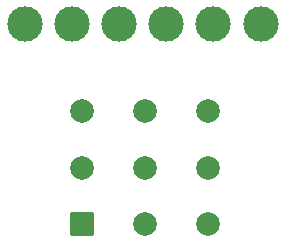
<source format=gbr>
%TF.GenerationSoftware,KiCad,Pcbnew,9.0.2*%
%TF.CreationDate,2025-09-20T13:37:04+02:00*%
%TF.ProjectId,3pdt,33706474-2e6b-4696-9361-645f70636258,rev?*%
%TF.SameCoordinates,Original*%
%TF.FileFunction,Soldermask,Bot*%
%TF.FilePolarity,Negative*%
%FSLAX46Y46*%
G04 Gerber Fmt 4.6, Leading zero omitted, Abs format (unit mm)*
G04 Created by KiCad (PCBNEW 9.0.2) date 2025-09-20 13:37:04*
%MOMM*%
%LPD*%
G01*
G04 APERTURE LIST*
G04 Aperture macros list*
%AMRoundRect*
0 Rectangle with rounded corners*
0 $1 Rounding radius*
0 $2 $3 $4 $5 $6 $7 $8 $9 X,Y pos of 4 corners*
0 Add a 4 corners polygon primitive as box body*
4,1,4,$2,$3,$4,$5,$6,$7,$8,$9,$2,$3,0*
0 Add four circle primitives for the rounded corners*
1,1,$1+$1,$2,$3*
1,1,$1+$1,$4,$5*
1,1,$1+$1,$6,$7*
1,1,$1+$1,$8,$9*
0 Add four rect primitives between the rounded corners*
20,1,$1+$1,$2,$3,$4,$5,0*
20,1,$1+$1,$4,$5,$6,$7,0*
20,1,$1+$1,$6,$7,$8,$9,0*
20,1,$1+$1,$8,$9,$2,$3,0*%
G04 Aperture macros list end*
%ADD10C,3.000000*%
%ADD11RoundRect,0.102000X-0.900000X-0.900000X0.900000X-0.900000X0.900000X0.900000X-0.900000X0.900000X0*%
%ADD12C,2.004000*%
G04 APERTURE END LIST*
D10*
%TO.C,IN1*%
X149000000Y-72000000D03*
%TD*%
%TO.C,BIN1*%
X141000000Y-72000000D03*
%TD*%
%TO.C,LED1*%
X133000000Y-72000000D03*
%TD*%
%TO.C,OUT1*%
X145000000Y-72000000D03*
%TD*%
%TO.C,BOUD1*%
X137000000Y-72000000D03*
%TD*%
%TO.C,GND1*%
X153000000Y-72000000D03*
%TD*%
D11*
%TO.C,PedalSwitch1*%
X137900000Y-89000000D03*
D12*
X137900000Y-84200000D03*
X137900000Y-79400000D03*
X143200000Y-89000000D03*
X143200000Y-84200000D03*
X143200000Y-79400000D03*
X148500000Y-89000000D03*
X148500000Y-84200000D03*
X148500000Y-79400000D03*
%TD*%
M02*

</source>
